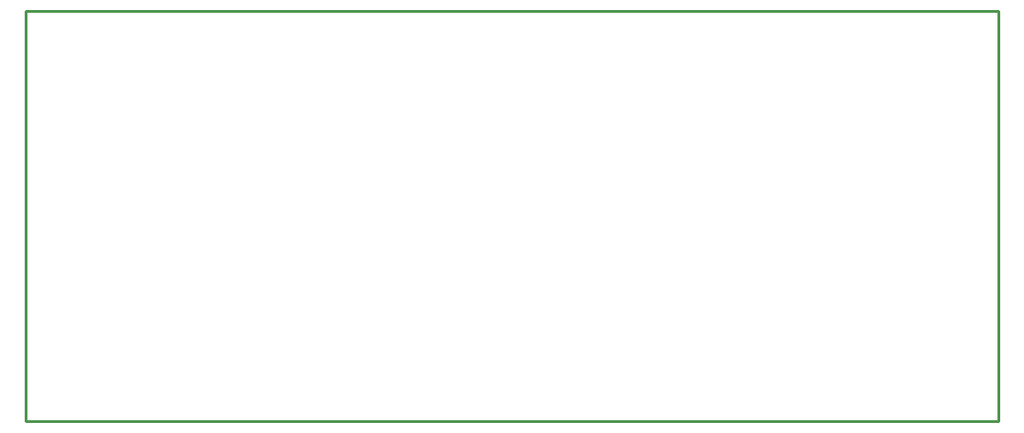
<source format=gbr>
G04 #@! TF.FileFunction,Legend,Bot*
%FSLAX46Y46*%
G04 Gerber Fmt 4.6, Leading zero omitted, Abs format (unit mm)*
G04 Created by KiCad (PCBNEW 4.0.2+dfsg1-stable) date  3.05.2016 (вт) 14:48:15 EEST*
%MOMM*%
G01*
G04 APERTURE LIST*
%ADD10C,0.600000*%
%ADD11C,0.254000*%
G04 APERTURE END LIST*
D10*
D11*
X60000000Y-42000000D02*
X60000000Y-80000000D01*
X150000000Y-42000000D02*
X60000000Y-42000000D01*
X150000000Y-80000000D02*
X150000000Y-42000000D01*
X60000000Y-80000000D02*
X150000000Y-80000000D01*
M02*

</source>
